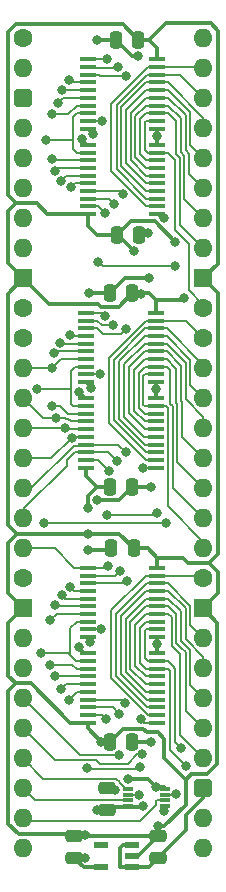
<source format=gtl>
%TF.GenerationSoftware,KiCad,Pcbnew,8.0.4*%
%TF.CreationDate,2024-09-02T10:56:51+02:00*%
%TF.ProjectId,Register 24bit with IO,52656769-7374-4657-9220-323462697420,V0*%
%TF.SameCoordinates,PX54c81a0PY37b6b20*%
%TF.FileFunction,Copper,L1,Top*%
%TF.FilePolarity,Positive*%
%FSLAX46Y46*%
G04 Gerber Fmt 4.6, Leading zero omitted, Abs format (unit mm)*
G04 Created by KiCad (PCBNEW 8.0.4) date 2024-09-02 10:56:51*
%MOMM*%
%LPD*%
G01*
G04 APERTURE LIST*
G04 Aperture macros list*
%AMRoundRect*
0 Rectangle with rounded corners*
0 $1 Rounding radius*
0 $2 $3 $4 $5 $6 $7 $8 $9 X,Y pos of 4 corners*
0 Add a 4 corners polygon primitive as box body*
4,1,4,$2,$3,$4,$5,$6,$7,$8,$9,$2,$3,0*
0 Add four circle primitives for the rounded corners*
1,1,$1+$1,$2,$3*
1,1,$1+$1,$4,$5*
1,1,$1+$1,$6,$7*
1,1,$1+$1,$8,$9*
0 Add four rect primitives between the rounded corners*
20,1,$1+$1,$2,$3,$4,$5,0*
20,1,$1+$1,$4,$5,$6,$7,0*
20,1,$1+$1,$6,$7,$8,$9,0*
20,1,$1+$1,$8,$9,$2,$3,0*%
G04 Aperture macros list end*
%TA.AperFunction,SMDPad,CuDef*%
%ADD10R,1.475000X0.450000*%
%TD*%
%TA.AperFunction,SMDPad,CuDef*%
%ADD11RoundRect,0.250000X-0.250000X-0.475000X0.250000X-0.475000X0.250000X0.475000X-0.250000X0.475000X0*%
%TD*%
%TA.AperFunction,SMDPad,CuDef*%
%ADD12RoundRect,0.250000X0.250000X0.475000X-0.250000X0.475000X-0.250000X-0.475000X0.250000X-0.475000X0*%
%TD*%
%TA.AperFunction,SMDPad,CuDef*%
%ADD13R,0.850000X0.300000*%
%TD*%
%TA.AperFunction,SMDPad,CuDef*%
%ADD14RoundRect,0.250000X0.475000X-0.250000X0.475000X0.250000X-0.475000X0.250000X-0.475000X-0.250000X0*%
%TD*%
%TA.AperFunction,SMDPad,CuDef*%
%ADD15RoundRect,0.250000X-0.475000X0.250000X-0.475000X-0.250000X0.475000X-0.250000X0.475000X0.250000X0*%
%TD*%
%TA.AperFunction,ComponentPad*%
%ADD16O,1.600000X1.600000*%
%TD*%
%TA.AperFunction,ComponentPad*%
%ADD17R,1.600000X1.600000*%
%TD*%
%TA.AperFunction,ComponentPad*%
%ADD18C,1.600000*%
%TD*%
%TA.AperFunction,ComponentPad*%
%ADD19RoundRect,0.400000X-0.400000X-0.400000X0.400000X-0.400000X0.400000X0.400000X-0.400000X0.400000X0*%
%TD*%
%TA.AperFunction,SMDPad,CuDef*%
%ADD20R,1.150000X0.600000*%
%TD*%
%TA.AperFunction,ViaPad*%
%ADD21C,0.800000*%
%TD*%
%TA.AperFunction,Conductor*%
%ADD22C,0.200000*%
%TD*%
%TA.AperFunction,Conductor*%
%ADD23C,0.380000*%
%TD*%
G04 APERTURE END LIST*
D10*
%TO.P,IC7,20,3V*%
%TO.N,/3.3V*%
X5317000Y-29087000D03*
%TO.P,IC7,19,~{OE}*%
%TO.N,/~{Read High}*%
X5317000Y-28437000D03*
%TO.P,IC7,18,B0*%
%TO.N,D0*%
X5317000Y-27787000D03*
%TO.P,IC7,17,B1*%
%TO.N,D1*%
X5317000Y-27137000D03*
%TO.P,IC7,16,B2*%
%TO.N,D2*%
X5317000Y-26487000D03*
%TO.P,IC7,15,B3*%
%TO.N,D3*%
X5317000Y-25837000D03*
%TO.P,IC7,14,B4*%
%TO.N,D4*%
X5317000Y-25187000D03*
%TO.P,IC7,13,B5*%
%TO.N,D5*%
X5317000Y-24537000D03*
%TO.P,IC7,12,B6*%
%TO.N,D6*%
X5317000Y-23887000D03*
%TO.P,IC7,11,B7*%
%TO.N,D7*%
X5317000Y-23237000D03*
%TO.P,IC7,10,GND*%
%TO.N,GND*%
X11193000Y-23237000D03*
%TO.P,IC7,9,A7*%
%TO.N,Q15*%
X11193000Y-23887000D03*
%TO.P,IC7,8,A6*%
%TO.N,Q14*%
X11193000Y-24537000D03*
%TO.P,IC7,7,A5*%
%TO.N,Q13*%
X11193000Y-25187000D03*
%TO.P,IC7,6,A4*%
%TO.N,Q12*%
X11193000Y-25837000D03*
%TO.P,IC7,5,A3*%
%TO.N,Q11*%
X11193000Y-26487000D03*
%TO.P,IC7,4,A2*%
%TO.N,Q10*%
X11193000Y-27137000D03*
%TO.P,IC7,3,A1*%
%TO.N,Q9*%
X11193000Y-27787000D03*
%TO.P,IC7,2,A0*%
%TO.N,Q8*%
X11193000Y-28437000D03*
%TO.P,IC7,1,DIR*%
%TO.N,/3.3V*%
X11193000Y-29087000D03*
%TD*%
%TO.P,IC1,20,3V*%
%TO.N,/3.3V*%
X11320000Y-52066000D03*
%TO.P,IC1,19,Q0*%
%TO.N,Q0*%
X11320000Y-52716000D03*
%TO.P,IC1,18,Q1*%
%TO.N,Q1*%
X11320000Y-53366000D03*
%TO.P,IC1,17,Q2*%
%TO.N,Q2*%
X11320000Y-54016000D03*
%TO.P,IC1,16,Q3*%
%TO.N,Q3*%
X11320000Y-54666000D03*
%TO.P,IC1,15,Q4*%
%TO.N,Q4*%
X11320000Y-55316000D03*
%TO.P,IC1,14,Q5*%
%TO.N,Q5*%
X11320000Y-55966000D03*
%TO.P,IC1,13,Q6*%
%TO.N,Q6*%
X11320000Y-56616000D03*
%TO.P,IC1,12,Q7*%
%TO.N,Q7*%
X11320000Y-57266000D03*
%TO.P,IC1,11,LE*%
%TO.N,Latch Low*%
X11320000Y-57916000D03*
%TO.P,IC1,10,GND*%
%TO.N,GND*%
X5444000Y-57916000D03*
%TO.P,IC1,9,D7*%
%TO.N,D7*%
X5444000Y-57266000D03*
%TO.P,IC1,8,D6*%
%TO.N,D6*%
X5444000Y-56616000D03*
%TO.P,IC1,7,D5*%
%TO.N,D5*%
X5444000Y-55966000D03*
%TO.P,IC1,6,D4*%
%TO.N,D4*%
X5444000Y-55316000D03*
%TO.P,IC1,5,D3*%
%TO.N,D3*%
X5444000Y-54666000D03*
%TO.P,IC1,4,D2*%
%TO.N,D2*%
X5444000Y-54016000D03*
%TO.P,IC1,3,D1*%
%TO.N,D1*%
X5444000Y-53366000D03*
%TO.P,IC1,2,D0*%
%TO.N,D0*%
X5444000Y-52716000D03*
%TO.P,IC1,1,~{OE}*%
%TO.N,~{OE}*%
X5444000Y-52066000D03*
%TD*%
D11*
%TO.P,C7,1*%
%TO.N,/3.3V*%
X7829000Y-127000D03*
%TO.P,C7,2*%
%TO.N,GND*%
X9729000Y-127000D03*
%TD*%
D10*
%TO.P,IC8,1,DIR*%
%TO.N,/3.3V*%
X11320000Y-7624000D03*
%TO.P,IC8,2,A0*%
%TO.N,Q16*%
X11320000Y-6974000D03*
%TO.P,IC8,3,A1*%
%TO.N,Q17*%
X11320000Y-6324000D03*
%TO.P,IC8,4,A2*%
%TO.N,Q18*%
X11320000Y-5674000D03*
%TO.P,IC8,5,A3*%
%TO.N,Q19*%
X11320000Y-5024000D03*
%TO.P,IC8,6,A4*%
%TO.N,Q20*%
X11320000Y-4374000D03*
%TO.P,IC8,7,A5*%
%TO.N,Q21*%
X11320000Y-3724000D03*
%TO.P,IC8,8,A6*%
%TO.N,Q22*%
X11320000Y-3074000D03*
%TO.P,IC8,9,A7*%
%TO.N,Q23*%
X11320000Y-2424000D03*
%TO.P,IC8,10,GND*%
%TO.N,GND*%
X11320000Y-1774000D03*
%TO.P,IC8,11,B7*%
%TO.N,D7*%
X5444000Y-1774000D03*
%TO.P,IC8,12,B6*%
%TO.N,D6*%
X5444000Y-2424000D03*
%TO.P,IC8,13,B5*%
%TO.N,D5*%
X5444000Y-3074000D03*
%TO.P,IC8,14,B4*%
%TO.N,D4*%
X5444000Y-3724000D03*
%TO.P,IC8,15,B3*%
%TO.N,D3*%
X5444000Y-4374000D03*
%TO.P,IC8,16,B2*%
%TO.N,D2*%
X5444000Y-5024000D03*
%TO.P,IC8,17,B1*%
%TO.N,D1*%
X5444000Y-5674000D03*
%TO.P,IC8,18,B0*%
%TO.N,D0*%
X5444000Y-6324000D03*
%TO.P,IC8,19,~{OE}*%
%TO.N,/~{Read Bank}*%
X5444000Y-6974000D03*
%TO.P,IC8,20,3V*%
%TO.N,/3.3V*%
X5444000Y-7624000D03*
%TD*%
%TO.P,IC4,20,3V*%
%TO.N,/3.3V*%
X5444000Y-50677000D03*
%TO.P,IC4,19,~{OE}*%
%TO.N,/~{Read Low}*%
X5444000Y-50027000D03*
%TO.P,IC4,18,B0*%
%TO.N,D0*%
X5444000Y-49377000D03*
%TO.P,IC4,17,B1*%
%TO.N,D1*%
X5444000Y-48727000D03*
%TO.P,IC4,16,B2*%
%TO.N,D2*%
X5444000Y-48077000D03*
%TO.P,IC4,15,B3*%
%TO.N,D3*%
X5444000Y-47427000D03*
%TO.P,IC4,14,B4*%
%TO.N,D4*%
X5444000Y-46777000D03*
%TO.P,IC4,13,B5*%
%TO.N,D5*%
X5444000Y-46127000D03*
%TO.P,IC4,12,B6*%
%TO.N,D6*%
X5444000Y-45477000D03*
%TO.P,IC4,11,B7*%
%TO.N,D7*%
X5444000Y-44827000D03*
%TO.P,IC4,10,GND*%
%TO.N,GND*%
X11320000Y-44827000D03*
%TO.P,IC4,9,A7*%
%TO.N,Q7*%
X11320000Y-45477000D03*
%TO.P,IC4,8,A6*%
%TO.N,Q6*%
X11320000Y-46127000D03*
%TO.P,IC4,7,A5*%
%TO.N,Q5*%
X11320000Y-46777000D03*
%TO.P,IC4,6,A4*%
%TO.N,Q4*%
X11320000Y-47427000D03*
%TO.P,IC4,5,A3*%
%TO.N,Q3*%
X11320000Y-48077000D03*
%TO.P,IC4,4,A2*%
%TO.N,Q2*%
X11320000Y-48727000D03*
%TO.P,IC4,3,A1*%
%TO.N,Q1*%
X11320000Y-49377000D03*
%TO.P,IC4,2,A0*%
%TO.N,Q0*%
X11320000Y-50027000D03*
%TO.P,IC4,1,DIR*%
%TO.N,/3.3V*%
X11320000Y-50677000D03*
%TD*%
D12*
%TO.P,C4,1*%
%TO.N,/3.3V*%
X9189000Y-37973000D03*
%TO.P,C4,2*%
%TO.N,GND*%
X7289000Y-37973000D03*
%TD*%
D13*
%TO.P,IC6,1,1A*%
%TO.N,Read Bank*%
X8839000Y-63512000D03*
%TO.P,IC6,2,3Y*%
%TO.N,/~{Read Low}*%
X8839000Y-64012000D03*
%TO.P,IC6,3,2A*%
%TO.N,Read High*%
X8839000Y-64512000D03*
%TO.P,IC6,4,GND*%
%TO.N,GND*%
X8839000Y-65012000D03*
%TO.P,IC6,5,2Y*%
%TO.N,/~{Read High}*%
X11989000Y-65012000D03*
%TO.P,IC6,6,3A*%
%TO.N,Read Low*%
X11989000Y-64512000D03*
%TO.P,IC6,7,1Y*%
%TO.N,/~{Read Bank}*%
X11989000Y-64012000D03*
%TO.P,IC6,8,3V*%
%TO.N,/3.3V*%
X11989000Y-63512000D03*
%TD*%
D12*
%TO.P,C3,1*%
%TO.N,/3.3V*%
X9824000Y-16637000D03*
%TO.P,C3,2*%
%TO.N,GND*%
X7924000Y-16637000D03*
%TD*%
D11*
%TO.P,C2,1*%
%TO.N,/3.3V*%
X7448000Y-43180000D03*
%TO.P,C2,2*%
%TO.N,GND*%
X9348000Y-43180000D03*
%TD*%
D10*
%TO.P,IC2,20,3V*%
%TO.N,/3.3V*%
X11193000Y-30476000D03*
%TO.P,IC2,19,Q0*%
%TO.N,Q8*%
X11193000Y-31126000D03*
%TO.P,IC2,18,Q1*%
%TO.N,Q9*%
X11193000Y-31776000D03*
%TO.P,IC2,17,Q2*%
%TO.N,Q10*%
X11193000Y-32426000D03*
%TO.P,IC2,16,Q3*%
%TO.N,Q11*%
X11193000Y-33076000D03*
%TO.P,IC2,15,Q4*%
%TO.N,Q12*%
X11193000Y-33726000D03*
%TO.P,IC2,14,Q5*%
%TO.N,Q13*%
X11193000Y-34376000D03*
%TO.P,IC2,13,Q6*%
%TO.N,Q14*%
X11193000Y-35026000D03*
%TO.P,IC2,12,Q7*%
%TO.N,Q15*%
X11193000Y-35676000D03*
%TO.P,IC2,11,LE*%
%TO.N,Latch High*%
X11193000Y-36326000D03*
%TO.P,IC2,10,GND*%
%TO.N,GND*%
X5317000Y-36326000D03*
%TO.P,IC2,9,D7*%
%TO.N,D7*%
X5317000Y-35676000D03*
%TO.P,IC2,8,D6*%
%TO.N,D6*%
X5317000Y-35026000D03*
%TO.P,IC2,7,D5*%
%TO.N,D5*%
X5317000Y-34376000D03*
%TO.P,IC2,6,D4*%
%TO.N,D4*%
X5317000Y-33726000D03*
%TO.P,IC2,5,D3*%
%TO.N,D3*%
X5317000Y-33076000D03*
%TO.P,IC2,4,D2*%
%TO.N,D2*%
X5317000Y-32426000D03*
%TO.P,IC2,3,D1*%
%TO.N,D1*%
X5317000Y-31776000D03*
%TO.P,IC2,2,D0*%
%TO.N,D0*%
X5317000Y-31126000D03*
%TO.P,IC2,1,~{OE}*%
%TO.N,~{OE}*%
X5317000Y-30476000D03*
%TD*%
D12*
%TO.P,C1,1*%
%TO.N,/3.3V*%
X9189000Y-59563000D03*
%TO.P,C1,2*%
%TO.N,GND*%
X7289000Y-59563000D03*
%TD*%
D14*
%TO.P,C9,1*%
%TO.N,/3.3V*%
X4318000Y-69387000D03*
%TO.P,C9,2*%
%TO.N,GND*%
X4318000Y-67487000D03*
%TD*%
%TO.P,C8,1*%
%TO.N,5V*%
X11430000Y-69387000D03*
%TO.P,C8,2*%
%TO.N,GND*%
X11430000Y-67487000D03*
%TD*%
D10*
%TO.P,IC3,20,3V*%
%TO.N,/3.3V*%
X11320000Y-9013000D03*
%TO.P,IC3,19,Q0*%
%TO.N,Q16*%
X11320000Y-9663000D03*
%TO.P,IC3,18,Q1*%
%TO.N,Q17*%
X11320000Y-10313000D03*
%TO.P,IC3,17,Q2*%
%TO.N,Q18*%
X11320000Y-10963000D03*
%TO.P,IC3,16,Q3*%
%TO.N,Q19*%
X11320000Y-11613000D03*
%TO.P,IC3,15,Q4*%
%TO.N,Q20*%
X11320000Y-12263000D03*
%TO.P,IC3,14,Q5*%
%TO.N,Q21*%
X11320000Y-12913000D03*
%TO.P,IC3,13,Q6*%
%TO.N,Q22*%
X11320000Y-13563000D03*
%TO.P,IC3,12,Q7*%
%TO.N,Q23*%
X11320000Y-14213000D03*
%TO.P,IC3,11,LE*%
%TO.N,Latch Bank*%
X11320000Y-14863000D03*
%TO.P,IC3,10,GND*%
%TO.N,GND*%
X5444000Y-14863000D03*
%TO.P,IC3,9,D7*%
%TO.N,D7*%
X5444000Y-14213000D03*
%TO.P,IC3,8,D6*%
%TO.N,D6*%
X5444000Y-13563000D03*
%TO.P,IC3,7,D5*%
%TO.N,D5*%
X5444000Y-12913000D03*
%TO.P,IC3,6,D4*%
%TO.N,D4*%
X5444000Y-12263000D03*
%TO.P,IC3,5,D3*%
%TO.N,D3*%
X5444000Y-11613000D03*
%TO.P,IC3,4,D2*%
%TO.N,D2*%
X5444000Y-10963000D03*
%TO.P,IC3,3,D1*%
%TO.N,D1*%
X5444000Y-10313000D03*
%TO.P,IC3,2,D0*%
%TO.N,D0*%
X5444000Y-9663000D03*
%TO.P,IC3,1,~{OE}*%
%TO.N,~{OE}*%
X5444000Y-9013000D03*
%TD*%
D15*
%TO.P,C5,1*%
%TO.N,/3.3V*%
X7112000Y-63455000D03*
%TO.P,C5,2*%
%TO.N,GND*%
X7112000Y-65355000D03*
%TD*%
D11*
%TO.P,C6,1*%
%TO.N,/3.3V*%
X7321000Y-21590000D03*
%TO.P,C6,2*%
%TO.N,GND*%
X9221000Y-21590000D03*
%TD*%
D16*
%TO.P,J2,56,Pin_56*%
%TO.N,unconnected-(J2-Pin_56-Pad56)*%
X15240000Y0D03*
%TO.P,J2,55,Pin_55*%
%TO.N,Q23*%
X15240000Y-2540000D03*
%TO.P,J2,54,Pin_54*%
%TO.N,Q22*%
X15240000Y-5080000D03*
%TO.P,J2,53,Pin_53*%
%TO.N,Q21*%
X15240000Y-7620000D03*
%TO.P,J2,52,Pin_52*%
%TO.N,Q20*%
X15240000Y-10160000D03*
%TO.P,J2,51,Pin_51*%
%TO.N,Q19*%
X15240000Y-12700000D03*
%TO.P,J2,50,Pin_50*%
%TO.N,Q18*%
X15240000Y-15240000D03*
%TO.P,J2,49,Pin_49*%
%TO.N,Q17*%
X15240000Y-17780000D03*
D17*
%TO.P,J2,48,Pin_48*%
%TO.N,GND*%
X15240000Y-20320000D03*
D18*
%TO.P,J2,47,Pin_47*%
%TO.N,Q16*%
X15240000Y-22860000D03*
%TO.P,J2,46,Pin_46*%
%TO.N,Q15*%
X15240000Y-25400000D03*
D16*
%TO.P,J2,45,Pin_45*%
%TO.N,Q14*%
X15240000Y-27940000D03*
%TO.P,J2,44,Pin_44*%
%TO.N,Q13*%
X15240000Y-30480000D03*
%TO.P,J2,43,Pin_43*%
%TO.N,Q12*%
X15240000Y-33020000D03*
%TO.P,J2,42,Pin_42*%
%TO.N,Q11*%
X15240000Y-35560000D03*
%TO.P,J2,41,Pin_41*%
%TO.N,Q10*%
X15240000Y-38100000D03*
%TO.P,J2,40,Pin_40*%
%TO.N,Q9*%
X15240000Y-40640000D03*
%TO.P,J2,39,Pin_39*%
%TO.N,Q8*%
X15240000Y-43180000D03*
D18*
%TO.P,J2,38,Pin_38*%
%TO.N,Q7*%
X15240000Y-45720000D03*
D17*
%TO.P,J2,37,Pin_37*%
%TO.N,GND*%
X15240000Y-48260000D03*
D16*
%TO.P,J2,36,Pin_36*%
%TO.N,Q6*%
X15240000Y-50800000D03*
%TO.P,J2,35,Pin_35*%
%TO.N,Q5*%
X15240000Y-53340000D03*
%TO.P,J2,34,Pin_34*%
%TO.N,Q4*%
X15240000Y-55880000D03*
%TO.P,J2,33,Pin_33*%
%TO.N,Q3*%
X15240000Y-58420000D03*
%TO.P,J2,32,Pin_32*%
%TO.N,Q2*%
X15240000Y-60960000D03*
D19*
%TO.P,J2,31,Pin_31*%
%TO.N,5V*%
X15240000Y-63500000D03*
D16*
%TO.P,J2,30,Pin_30*%
%TO.N,Q1*%
X15240000Y-66040000D03*
%TO.P,J2,29,Pin_29*%
%TO.N,Q0*%
X15240000Y-68580000D03*
%TO.P,J2,28,Pin_28*%
%TO.N,unconnected-(J2-Pin_28-Pad28)*%
X0Y-68580000D03*
%TO.P,J2,27,Pin_27*%
%TO.N,Read Low*%
X0Y-66040000D03*
%TO.P,J2,26,Pin_26*%
%TO.N,Read High*%
X0Y-63500000D03*
%TO.P,J2,25,Pin_25*%
%TO.N,Read Bank*%
X0Y-60960000D03*
%TO.P,J2,24,Pin_24*%
%TO.N,Latch Low*%
X0Y-58420000D03*
%TO.P,J2,23,Pin_23*%
%TO.N,Latch High*%
X0Y-55880000D03*
%TO.P,J2,22,Pin_22*%
%TO.N,Latch Bank*%
X0Y-53340000D03*
%TO.P,J2,21,Pin_21*%
%TO.N,unconnected-(J2-Pin_21-Pad21)*%
X0Y-50800000D03*
D17*
%TO.P,J2,20,Pin_20*%
%TO.N,GND*%
X0Y-48260000D03*
D18*
%TO.P,J2,19,Pin_19*%
%TO.N,unconnected-(J2-Pin_19-Pad19)*%
X0Y-45720000D03*
D16*
%TO.P,J2,18,Pin_18*%
%TO.N,D7*%
X0Y-43180000D03*
%TO.P,J2,17,Pin_17*%
%TO.N,D6*%
X0Y-40640000D03*
%TO.P,J2,16,Pin_16*%
%TO.N,D5*%
X0Y-38100000D03*
%TO.P,J2,15,Pin_15*%
%TO.N,D4*%
X0Y-35560000D03*
%TO.P,J2,14,Pin_14*%
%TO.N,D3*%
X0Y-33020000D03*
%TO.P,J2,13,Pin_13*%
%TO.N,D2*%
X0Y-30480000D03*
%TO.P,J2,12,Pin_12*%
%TO.N,D1*%
X0Y-27940000D03*
D18*
%TO.P,J2,11,Pin_11*%
%TO.N,D0*%
X0Y-25400000D03*
%TO.P,J2,10,Pin_10*%
%TO.N,unconnected-(J2-Pin_10-Pad10)*%
X0Y-22860000D03*
D17*
%TO.P,J2,9,Pin_9*%
%TO.N,GND*%
X0Y-20320000D03*
D16*
%TO.P,J2,8,Pin_8*%
%TO.N,unconnected-(J2-Pin_8-Pad8)*%
X0Y-17780000D03*
%TO.P,J2,7,Pin_7*%
%TO.N,unconnected-(J2-Pin_7-Pad7)*%
X0Y-15240000D03*
%TO.P,J2,6,Pin_6*%
%TO.N,unconnected-(J2-Pin_6-Pad6)*%
X0Y-12700000D03*
%TO.P,J2,5,Pin_5*%
%TO.N,unconnected-(J2-Pin_5-Pad5)*%
X0Y-10160000D03*
%TO.P,J2,4,Pin_4*%
%TO.N,unconnected-(J2-Pin_4-Pad4)*%
X0Y-7620000D03*
D19*
%TO.P,J2,3,Pin_3*%
%TO.N,5V*%
X0Y-5080000D03*
D16*
%TO.P,J2,2,Pin_2*%
%TO.N,unconnected-(J2-Pin_2-Pad2)*%
X0Y-2540000D03*
D18*
%TO.P,J2,1,Pin_1*%
%TO.N,~{OE}*%
X0Y0D03*
%TD*%
D20*
%TO.P,IC5,1,6VIn*%
%TO.N,5V*%
X9174000Y-70165000D03*
%TO.P,IC5,2,GND*%
%TO.N,GND*%
X9174000Y-69215000D03*
%TO.P,IC5,3,EN*%
%TO.N,5V*%
X9174000Y-68265000D03*
%TO.P,IC5,4,ADJ*%
%TO.N,unconnected-(IC5-ADJ-Pad4)*%
X6574000Y-68265000D03*
%TO.P,IC5,5,3.3VOut*%
%TO.N,/3.3V*%
X6574000Y-70165000D03*
%TD*%
D21*
%TO.N,GND*%
X12815000Y-17208500D03*
X9955000Y-21641177D03*
X9398000Y-18034000D03*
X5437000Y-41958000D03*
X5461000Y-39751000D03*
%TO.N,/~{Read High}*%
X11938000Y-65405000D03*
%TO.N,/3.3V*%
X6223000Y-127000D03*
X9711749Y-1452000D03*
%TO.N,GND*%
X13623940Y-21970050D03*
%TO.N,/3.3V*%
X5576000Y-21590000D03*
X5918104Y-8095384D03*
X11320000Y-8255000D03*
X10541000Y-16510000D03*
%TO.N,/~{Read High}*%
X11315000Y-40208643D03*
X7063000Y-40316967D03*
X6483054Y-28442068D03*
%TO.N,/3.3V*%
X5715008Y-29591008D03*
X6253137Y-39061779D03*
%TO.N,~{OE}*%
X4953000Y-8509000D03*
%TO.N,/~{Read Bank}*%
X6682000Y-6984251D03*
X12873940Y-19304000D03*
X6338000Y-18923000D03*
X12926860Y-63973411D03*
%TO.N,Latch Bank*%
X11906538Y-15163597D03*
X12065000Y-41021000D03*
X1778000Y-41021002D03*
%TO.N,GND*%
X6603997Y-59563003D03*
%TO.N,/3.3V*%
X11213098Y-63375308D03*
X5207000Y-69387000D03*
%TO.N,GND*%
X11430000Y-66675000D03*
X10160000Y-65024000D03*
X5207000Y-67437000D03*
X6223000Y-65355000D03*
%TO.N,~{OE}*%
X4699000Y-29972000D03*
X4687000Y-51562000D03*
%TO.N,/3.3V*%
X10779851Y-59562997D03*
X11303000Y-51308000D03*
%TO.N,Latch Low*%
X9928414Y-57608000D03*
X10067951Y-60616560D03*
%TO.N,/3.3V*%
X10668000Y-20320000D03*
X11193000Y-29718000D03*
X10795000Y-37973000D03*
X5461000Y-43307000D03*
X5631176Y-51102613D03*
%TO.N,/~{Read Low}*%
X6605030Y-50027000D03*
X5383000Y-61791031D03*
X9906000Y-61722000D03*
X9762137Y-64027544D03*
%TO.N,/3.3V*%
X8829814Y-62683010D03*
X7731150Y-63642745D03*
%TO.N,Latch High*%
X10110796Y-36392101D03*
X8128004Y-60681156D03*
%TO.N,D1*%
X2286000Y-49276000D03*
X2263540Y-53003046D03*
%TO.N,D2*%
X2654130Y-53965407D03*
X2655000Y-48006000D03*
%TO.N,D0*%
X1464047Y-52031144D03*
X1164872Y-29703419D03*
X1917000Y-8636000D03*
%TO.N,D1*%
X2386994Y-27940000D03*
X2386995Y-31112944D03*
%TO.N,D2*%
X2756825Y-32113308D03*
X2933000Y-5442379D03*
%TO.N,D1*%
X2425000Y-6426104D03*
X2425000Y-10211603D03*
%TO.N,D2*%
X2593479Y-26645302D03*
X2660485Y-11203067D03*
%TO.N,D3*%
X3167991Y-12080131D03*
X3228337Y-4319284D03*
%TO.N,D4*%
X3864762Y-3484139D03*
X4029445Y-12587972D03*
%TO.N,D3*%
X3246127Y-47138201D03*
X3175000Y-55118000D03*
%TO.N,D4*%
X3859548Y-56024460D03*
X3949000Y-46409024D03*
%TO.N,D3*%
X3127946Y-25741504D03*
X3506825Y-32982792D03*
%TO.N,D4*%
X4072007Y-33822254D03*
X3949000Y-25087000D03*
%TO.N,D7*%
X7112000Y-1774000D03*
%TO.N,D6*%
X7978374Y-2455084D03*
%TO.N,D5*%
X8698436Y-3213341D03*
%TO.N,D6*%
X7659029Y-13994054D03*
%TO.N,D5*%
X8388266Y-13201734D03*
%TO.N,D7*%
X6909029Y-14779066D03*
%TO.N,D5*%
X8611355Y-56285645D03*
X8729676Y-45962662D03*
X8650340Y-35037660D03*
X8648005Y-24632428D03*
%TO.N,D6*%
X7613175Y-24250175D03*
X7933279Y-35804686D03*
X8111300Y-57157123D03*
X8142978Y-45110948D03*
%TO.N,D7*%
X6886809Y-23499355D03*
X7243011Y-36648000D03*
X7194692Y-44661224D03*
X7031774Y-57644590D03*
%TO.N,Q1*%
X13784993Y-61558869D03*
%TO.N,Q0*%
X13305573Y-60071000D03*
%TD*%
D22*
%TO.N,Q6*%
X10497347Y-56616000D02*
X11320000Y-56616000D01*
X7855000Y-53973653D02*
X10497347Y-56616000D01*
X7855000Y-48701544D02*
X7855000Y-53973653D01*
X11320000Y-46127000D02*
X10429544Y-46127000D01*
X10429544Y-46127000D02*
X7855000Y-48701544D01*
%TO.N,Q7*%
X10581661Y-57266000D02*
X11320000Y-57266000D01*
X7455000Y-48425000D02*
X7455000Y-54139339D01*
X10403000Y-45477000D02*
X7455000Y-48425000D01*
X11320000Y-45477000D02*
X10403000Y-45477000D01*
X7455000Y-54139339D02*
X10581661Y-57266000D01*
%TO.N,D5*%
X5444000Y-46127000D02*
X8565338Y-46127000D01*
X8565338Y-46127000D02*
X8729676Y-45962662D01*
%TO.N,D6*%
X7776926Y-45477000D02*
X8142978Y-45110948D01*
X5444000Y-45477000D02*
X7776926Y-45477000D01*
%TO.N,D7*%
X7028916Y-44827000D02*
X7194692Y-44661224D01*
X5444000Y-44827000D02*
X7028916Y-44827000D01*
%TO.N,D6*%
X5544000Y-2524000D02*
X7909458Y-2524000D01*
X7909458Y-2524000D02*
X7978374Y-2455084D01*
%TO.N,D7*%
X5444000Y-1774000D02*
X7112000Y-1774000D01*
%TO.N,D6*%
X7227975Y-13563000D02*
X7659029Y-13994054D01*
X5444000Y-13563000D02*
X7227975Y-13563000D01*
%TO.N,D5*%
X5444000Y-12913000D02*
X8099532Y-12913000D01*
X8099532Y-12913000D02*
X8388266Y-13201734D01*
D23*
%TO.N,/3.3V*%
X7321000Y-21590000D02*
X5576000Y-21590000D01*
D22*
%TO.N,/~{Read Bank}*%
X6719000Y-19304000D02*
X6338000Y-18923000D01*
X12873940Y-19304000D02*
X6719000Y-19304000D01*
D23*
%TO.N,GND*%
X11100500Y-15494000D02*
X12815000Y-17208500D01*
X7924000Y-16637000D02*
X9067000Y-15494000D01*
X9067000Y-15494000D02*
X11100500Y-15494000D01*
%TO.N,/3.3V*%
X5444000Y-7624000D02*
X5915384Y-8095384D01*
D22*
%TO.N,~{OE}*%
X4953000Y-8522000D02*
X4953000Y-8509000D01*
X5444000Y-9013000D02*
X4953000Y-8522000D01*
D23*
%TO.N,/3.3V*%
X5915384Y-8095384D02*
X5918104Y-8095384D01*
X5715008Y-29485008D02*
X5715008Y-29591008D01*
X5317000Y-29087000D02*
X5715008Y-29485008D01*
D22*
%TO.N,~{OE}*%
X4813000Y-29972000D02*
X4699000Y-29972000D01*
X5317000Y-30476000D02*
X4813000Y-29972000D01*
%TO.N,D0*%
X3984419Y-29703419D02*
X3999000Y-29718000D01*
X1164872Y-29703419D02*
X3984419Y-29703419D01*
%TO.N,D2*%
X5444000Y-5024000D02*
X3351379Y-5024000D01*
X3351379Y-5024000D02*
X2933000Y-5442379D01*
%TO.N,D1*%
X2526397Y-10313000D02*
X2425000Y-10211603D01*
X5444000Y-10313000D02*
X2526397Y-10313000D01*
X4506500Y-5674000D02*
X3754396Y-6426104D01*
X3754396Y-6426104D02*
X2425000Y-6426104D01*
X5444000Y-5674000D02*
X4506500Y-5674000D01*
%TO.N,D2*%
X2900552Y-10963000D02*
X2660485Y-11203067D01*
X5444000Y-10963000D02*
X2900552Y-10963000D01*
%TO.N,D3*%
X3167991Y-12080131D02*
X3635122Y-11613000D01*
X3635122Y-11613000D02*
X5444000Y-11613000D01*
%TO.N,D0*%
X4191000Y-8636000D02*
X1917000Y-8636000D01*
%TO.N,D4*%
X5444000Y-3724000D02*
X4104623Y-3724000D01*
X4104623Y-3724000D02*
X3864762Y-3484139D01*
%TO.N,D3*%
X5444000Y-4374000D02*
X3283053Y-4374000D01*
X3283053Y-4374000D02*
X3228337Y-4319284D01*
%TO.N,Q22*%
X7882500Y-11063000D02*
X10382500Y-13563000D01*
X7882500Y-5655624D02*
X7882500Y-11063000D01*
%TO.N,Q23*%
X10403000Y-14213000D02*
X11320000Y-14213000D01*
X7432000Y-5540438D02*
X7432000Y-11242000D01*
%TO.N,Q22*%
X10382500Y-13563000D02*
X11320000Y-13563000D01*
%TO.N,D5*%
X6520841Y-3213341D02*
X8698436Y-3213341D01*
%TO.N,Q22*%
X11320000Y-3074000D02*
X10464124Y-3074000D01*
%TO.N,D5*%
X6381500Y-3074000D02*
X6520841Y-3213341D01*
X5444000Y-3074000D02*
X6381500Y-3074000D01*
%TO.N,Q23*%
X7432000Y-11242000D02*
X10403000Y-14213000D01*
X10548438Y-2424000D02*
X7432000Y-5540438D01*
%TO.N,Q22*%
X10464124Y-3074000D02*
X7882500Y-5655624D01*
%TO.N,Q23*%
X11320000Y-2424000D02*
X10548438Y-2424000D01*
%TO.N,D6*%
X7154593Y-35026000D02*
X7933279Y-35804686D01*
X5317000Y-35026000D02*
X7154593Y-35026000D01*
%TO.N,D5*%
X7988680Y-34376000D02*
X8650340Y-35037660D01*
X5317000Y-34376000D02*
X7988680Y-34376000D01*
%TO.N,Q15*%
X10349341Y-35676000D02*
X11193000Y-35676000D01*
X7239000Y-32565659D02*
X10349341Y-35676000D01*
X10383173Y-23887000D02*
X7239000Y-27031173D01*
X7239000Y-27031173D02*
X7239000Y-32565659D01*
X11193000Y-23887000D02*
X10383173Y-23887000D01*
%TO.N,Q12*%
X10169737Y-33726000D02*
X11193000Y-33726000D01*
X10255500Y-25837000D02*
X8528000Y-27564500D01*
X8528000Y-27564500D02*
X8528000Y-32084263D01*
%TO.N,Q13*%
X8128000Y-32249947D02*
X10254053Y-34376000D01*
X10255500Y-25187000D02*
X8128000Y-27314500D01*
%TO.N,Q14*%
X10338368Y-35026000D02*
X11193000Y-35026000D01*
%TO.N,Q12*%
X8528000Y-32084263D02*
X10169737Y-33726000D01*
%TO.N,Q14*%
X7639000Y-32326632D02*
X10338368Y-35026000D01*
X10298859Y-24537000D02*
X7639000Y-27196859D01*
X11193000Y-24537000D02*
X10298859Y-24537000D01*
X7639000Y-27196859D02*
X7639000Y-32326632D01*
%TO.N,Q13*%
X8128000Y-27314500D02*
X8128000Y-32249947D01*
X10254053Y-34376000D02*
X11193000Y-34376000D01*
X11193000Y-25187000D02*
X10255500Y-25187000D01*
%TO.N,Q12*%
X11193000Y-25837000D02*
X10255500Y-25837000D01*
%TO.N,D7*%
X6271011Y-35676000D02*
X5317000Y-35676000D01*
X7243011Y-36648000D02*
X6271011Y-35676000D01*
%TO.N,D6*%
X7570177Y-56616000D02*
X8111300Y-57157123D01*
X5444000Y-56616000D02*
X7570177Y-56616000D01*
%TO.N,D5*%
X8611355Y-56285645D02*
X8291710Y-55966000D01*
X8291710Y-55966000D02*
X5444000Y-55966000D01*
%TO.N,D7*%
X6653184Y-57266000D02*
X7031774Y-57644590D01*
X5444000Y-57266000D02*
X6653184Y-57266000D01*
%TO.N,Latch Low*%
X2667000Y-61087000D02*
X0Y-58420000D01*
X6178339Y-61087000D02*
X2667000Y-61087000D01*
X6522495Y-61431156D02*
X6178339Y-61087000D01*
X8830588Y-61431156D02*
X6522495Y-61431156D01*
X9645184Y-60616560D02*
X8830588Y-61431156D01*
X10067951Y-60616560D02*
X9645184Y-60616560D01*
D23*
%TO.N,/3.3V*%
X9189000Y-59563000D02*
X10779848Y-59563000D01*
%TO.N,GND*%
X11938000Y-60960000D02*
X13724514Y-62746514D01*
X11938000Y-59309000D02*
X11938000Y-60960000D01*
X11351999Y-58722999D02*
X11938000Y-59309000D01*
%TO.N,/3.3V*%
X10779848Y-59563000D02*
X10779851Y-59562997D01*
%TO.N,GND*%
X10156914Y-58448000D02*
X10431913Y-58722999D01*
X8404000Y-58448000D02*
X10156914Y-58448000D01*
X7289000Y-59563000D02*
X8404000Y-58448000D01*
X10431913Y-58722999D02*
X11351999Y-58722999D01*
D22*
%TO.N,/~{Read High}*%
X7063000Y-40316967D02*
X11206676Y-40316967D01*
X11206676Y-40316967D02*
X11315000Y-40208643D01*
%TO.N,Latch Bank*%
X1778002Y-41021000D02*
X12065000Y-41021000D01*
X1778000Y-41021002D02*
X1778002Y-41021000D01*
D23*
%TO.N,/3.3V*%
X9951000Y-16510000D02*
X10541000Y-16510000D01*
%TO.N,GND*%
X8001000Y-16637000D02*
X9398000Y-18034000D01*
X7924000Y-16637000D02*
X6223000Y-16637000D01*
X6223000Y-16637000D02*
X5444000Y-15858000D01*
X5444000Y-15858000D02*
X5444000Y-14863000D01*
D22*
%TO.N,Latch Bank*%
X11620597Y-15163597D02*
X11906538Y-15163597D01*
X11320000Y-14863000D02*
X11620597Y-15163597D01*
%TO.N,D5*%
X6736500Y-25019000D02*
X8261433Y-25019000D01*
X6254500Y-24537000D02*
X6736500Y-25019000D01*
X8261433Y-25019000D02*
X8648005Y-24632428D01*
X5317000Y-24537000D02*
X6254500Y-24537000D01*
%TO.N,D6*%
X6254500Y-23887000D02*
X6617675Y-24250175D01*
%TO.N,D7*%
X6624454Y-23237000D02*
X6886809Y-23499355D01*
X5317000Y-23237000D02*
X6624454Y-23237000D01*
%TO.N,D6*%
X5317000Y-23887000D02*
X6254500Y-23887000D01*
D23*
%TO.N,GND*%
X2159000Y-22479000D02*
X0Y-20320000D01*
X6301500Y-22479000D02*
X2159000Y-22479000D01*
D22*
%TO.N,D6*%
X6617675Y-24250175D02*
X7613175Y-24250175D01*
D23*
%TO.N,GND*%
X6527500Y-22705000D02*
X6301500Y-22479000D01*
X8106000Y-22705000D02*
X6527500Y-22705000D01*
X9221000Y-21590000D02*
X8106000Y-22705000D01*
%TO.N,/3.3V*%
X9189000Y-37973000D02*
X10795000Y-37973000D01*
D22*
%TO.N,Q8*%
X12230500Y-39610106D02*
X15240000Y-42619606D01*
X11193000Y-31126000D02*
X12046000Y-31126000D01*
X12230500Y-31310500D02*
X12230500Y-39610106D01*
X12046000Y-31126000D02*
X12230500Y-31310500D01*
D23*
%TO.N,GND*%
X10006177Y-21590000D02*
X9955000Y-21641177D01*
X10604500Y-21590000D02*
X10006177Y-21590000D01*
X11193000Y-22178500D02*
X10604500Y-21590000D01*
X9903823Y-21590000D02*
X9955000Y-21641177D01*
X9221000Y-21590000D02*
X9903823Y-21590000D01*
%TO.N,/3.3V*%
X8591000Y-20320000D02*
X10668000Y-20320000D01*
X7321000Y-21590000D02*
X8591000Y-20320000D01*
%TO.N,GND*%
X8126000Y-41958000D02*
X9348000Y-43180000D01*
X5437000Y-41958000D02*
X8126000Y-41958000D01*
X-556000Y-41958000D02*
X5437000Y-41958000D01*
X6223000Y-37973000D02*
X5461000Y-38735000D01*
X5461000Y-38735000D02*
X5461000Y-39751000D01*
%TO.N,/3.3V*%
X6279358Y-39088000D02*
X6253137Y-39061779D01*
X9189000Y-37973000D02*
X8074000Y-39088000D01*
X8074000Y-39088000D02*
X6279358Y-39088000D01*
%TO.N,GND*%
X5317000Y-37067000D02*
X6223000Y-37973000D01*
X5317000Y-36326000D02*
X5317000Y-37067000D01*
X6223000Y-37973000D02*
X7289000Y-37973000D01*
X-1338000Y-46922000D02*
X0Y-48260000D01*
X-1338000Y-42740000D02*
X-1338000Y-46922000D01*
X-556000Y-41958000D02*
X-1338000Y-42740000D01*
X-1338000Y-41176000D02*
X-556000Y-41958000D01*
X0Y-20320000D02*
X-1338000Y-21658000D01*
X-1338000Y-21658000D02*
X-1338000Y-41176000D01*
D22*
%TO.N,D2*%
X3512258Y-32113308D02*
X2756825Y-32113308D01*
X3605438Y-32206488D02*
X3512258Y-32113308D01*
X3791182Y-32206488D02*
X3605438Y-32206488D01*
X4010694Y-32426000D02*
X3791182Y-32206488D01*
X5317000Y-32426000D02*
X4010694Y-32426000D01*
%TO.N,D3*%
X3469617Y-33020000D02*
X3506825Y-32982792D01*
X0Y-33020000D02*
X3469617Y-33020000D01*
X5317000Y-33076000D02*
X3600033Y-33076000D01*
X3600033Y-33076000D02*
X3506825Y-32982792D01*
%TO.N,D4*%
X2334261Y-35560000D02*
X4072007Y-33822254D01*
X0Y-35560000D02*
X2334261Y-35560000D01*
X4168261Y-33726000D02*
X4072007Y-33822254D01*
X5317000Y-33726000D02*
X4168261Y-33726000D01*
%TO.N,D1*%
X3077580Y-31112944D02*
X2386995Y-31112944D01*
X3740636Y-31776000D02*
X3077580Y-31112944D01*
X5317000Y-31776000D02*
X3740636Y-31776000D01*
%TO.N,D3*%
X5444000Y-47427000D02*
X3534926Y-47427000D01*
%TO.N,D2*%
X2726000Y-48077000D02*
X2655000Y-48006000D01*
X5444000Y-48077000D02*
X2726000Y-48077000D01*
%TO.N,D3*%
X3534926Y-47427000D02*
X3246127Y-47138201D01*
%TO.N,D6*%
X3683000Y-36195000D02*
X0Y-39878000D01*
X3683000Y-35722500D02*
X3683000Y-36195000D01*
X0Y-39878000D02*
X0Y-40640000D01*
X5317000Y-35026000D02*
X4379500Y-35026000D01*
X4379500Y-35026000D02*
X3683000Y-35722500D01*
D23*
%TO.N,GND*%
X14161028Y-62310000D02*
X13724514Y-62746514D01*
X15572915Y-62310000D02*
X14161028Y-62310000D01*
X16430000Y-61452915D02*
X15572915Y-62310000D01*
X16430000Y-49450000D02*
X16430000Y-61452915D01*
X15240000Y-48260000D02*
X16430000Y-49450000D01*
X13724514Y-62746514D02*
X13724514Y-62856486D01*
X11938000Y-66675000D02*
X11430000Y-66675000D01*
X13724514Y-62856486D02*
X13724514Y-64888486D01*
X13724514Y-64888486D02*
X11938000Y-66675000D01*
D22*
%TO.N,/~{Read Bank}*%
X12664000Y-64012000D02*
X11989000Y-64012000D01*
X12702589Y-63973411D02*
X12664000Y-64012000D01*
X12926860Y-63973411D02*
X12702589Y-63973411D01*
%TO.N,Latch Low*%
X10236414Y-57916000D02*
X9928414Y-57608000D01*
X11320000Y-57916000D02*
X10236414Y-57916000D01*
D23*
%TO.N,GND*%
X-1270000Y-66489000D02*
X-1270000Y-55245000D01*
X-369000Y-67390000D02*
X-1270000Y-66489000D01*
X4221000Y-67390000D02*
X-369000Y-67390000D01*
X-1270000Y-55245000D02*
X-635000Y-54610000D01*
D22*
%TO.N,/~{Read High}*%
X11938000Y-65405000D02*
X11938000Y-65063000D01*
D23*
%TO.N,/3.3V*%
X11213098Y-63375308D02*
X11892308Y-63375308D01*
X10520800Y-62683010D02*
X8829814Y-62683010D01*
X11892308Y-63375308D02*
X11989000Y-63472000D01*
X11213098Y-63375308D02*
X10520800Y-62683010D01*
%TO.N,5V*%
X13788000Y-67029000D02*
X11430000Y-69387000D01*
X13788000Y-65751999D02*
X13788000Y-67029000D01*
X15240000Y-63500000D02*
X15240000Y-64299999D01*
X15240000Y-64299999D02*
X13788000Y-65751999D01*
%TO.N,GND*%
X16510000Y-45212000D02*
X16510000Y-46990000D01*
X15748000Y-44450000D02*
X16510000Y-45212000D01*
X15748000Y-44450000D02*
X16510000Y-43688000D01*
X13479000Y-43959000D02*
X13970000Y-44450000D01*
X11320000Y-43959000D02*
X13479000Y-43959000D01*
X13970000Y-44450000D02*
X15748000Y-44450000D01*
X16510000Y-21590000D02*
X16510000Y-43688000D01*
D22*
%TO.N,/~{Read Bank}*%
X6671749Y-6974000D02*
X6682000Y-6984251D01*
D23*
%TO.N,/3.3V*%
X7829000Y-127000D02*
X6223000Y-127000D01*
D22*
%TO.N,/~{Read Bank}*%
X5444000Y-6974000D02*
X6671749Y-6974000D01*
D23*
%TO.N,/3.3V*%
X9154000Y-1452000D02*
X7829000Y-127000D01*
X9711749Y-1452000D02*
X9154000Y-1452000D01*
%TO.N,GND*%
X11193000Y-23237000D02*
X11193000Y-22178500D01*
X12065000Y1270000D02*
X10668000Y-127000D01*
X16476427Y645708D02*
X15852135Y1270000D01*
X15852135Y1270000D02*
X12065000Y1270000D01*
X16476427Y-19083573D02*
X16476427Y645708D01*
X15240000Y-20320000D02*
X16476427Y-19083573D01*
X11320000Y-779000D02*
X11320000Y-1774000D01*
X10668000Y-127000D02*
X11320000Y-779000D01*
X10287000Y-127000D02*
X10668000Y-127000D01*
D22*
%TO.N,D7*%
X5444000Y-14213000D02*
X6342963Y-14213000D01*
X6342963Y-14213000D02*
X6909029Y-14779066D01*
%TO.N,D0*%
X4191000Y-9347500D02*
X4191000Y-8636000D01*
X4506500Y-9663000D02*
X4191000Y-9347500D01*
X5444000Y-9663000D02*
X4506500Y-9663000D01*
%TO.N,D4*%
X4354417Y-12263000D02*
X4029445Y-12587972D01*
X5444000Y-12263000D02*
X4354417Y-12263000D01*
%TO.N,D0*%
X4191000Y-6639500D02*
X4191000Y-8636000D01*
X4506500Y-6324000D02*
X4191000Y-6639500D01*
X5444000Y-6324000D02*
X4506500Y-6324000D01*
D23*
%TO.N,GND*%
X-1338000Y-13227000D02*
X-595000Y-13970000D01*
X-1338000Y-192973D02*
X-1338000Y-13227000D01*
X-1335719Y-190757D02*
X-1338000Y-192973D01*
X-1331100Y127826D02*
X-1335719Y-190757D01*
X-588000Y1190000D02*
X-1270445Y507555D01*
X8412000Y1190000D02*
X-588000Y1190000D01*
X-1299118Y391225D02*
X-1331100Y127826D01*
X-1270445Y507555D02*
X-1299118Y391225D01*
X9729000Y-127000D02*
X8412000Y1190000D01*
X9729000Y-127000D02*
X10287000Y-127000D01*
%TO.N,/3.3V*%
X11320000Y-8255000D02*
X11320000Y-7624000D01*
X11320000Y-9013000D02*
X11320000Y-8255000D01*
%TO.N,GND*%
X-1270000Y-14645000D02*
X-1270000Y-19050000D01*
X-595000Y-13970000D02*
X-1270000Y-14645000D01*
X-428000Y-13970000D02*
X-595000Y-13970000D01*
X-1270000Y-19050000D02*
X0Y-20320000D01*
X1143000Y-13970000D02*
X-428000Y-13970000D01*
X2036000Y-14863000D02*
X1143000Y-13970000D01*
X5444000Y-14863000D02*
X2036000Y-14863000D01*
%TO.N,/3.3V*%
X4318000Y-69387000D02*
X5207000Y-69387000D01*
D22*
%TO.N,/~{Read High}*%
X6477986Y-28437000D02*
X6483054Y-28442068D01*
X5317000Y-28437000D02*
X6477986Y-28437000D01*
%TO.N,D0*%
X3999000Y-28167500D02*
X3999000Y-30923000D01*
X3999000Y-30923000D02*
X4202000Y-31126000D01*
X4202000Y-31126000D02*
X5317000Y-31126000D01*
X4379500Y-27787000D02*
X3999000Y-28167500D01*
X5317000Y-27787000D02*
X4379500Y-27787000D01*
%TO.N,D2*%
X2751781Y-26487000D02*
X2593479Y-26645302D01*
X5317000Y-26487000D02*
X2751781Y-26487000D01*
%TO.N,D3*%
X3223442Y-25837000D02*
X3127946Y-25741504D01*
X5317000Y-25837000D02*
X3223442Y-25837000D01*
%TO.N,D4*%
X4049000Y-25187000D02*
X3949000Y-25087000D01*
X5317000Y-25187000D02*
X4049000Y-25187000D01*
%TO.N,D1*%
X3189994Y-27137000D02*
X2386994Y-27940000D01*
X5317000Y-27137000D02*
X3189994Y-27137000D01*
X0Y-27940000D02*
X2386994Y-27940000D01*
D23*
%TO.N,GND*%
X-1270000Y-49530000D02*
X0Y-48260000D01*
X-1270000Y-53975000D02*
X-1270000Y-49530000D01*
X635000Y-54610000D02*
X-635000Y-54610000D01*
X-635000Y-54610000D02*
X-1270000Y-53975000D01*
X3941000Y-57916000D02*
X635000Y-54610000D01*
X5444000Y-57916000D02*
X3941000Y-57916000D01*
X5444000Y-58403006D02*
X6603997Y-59563003D01*
X5444000Y-57916000D02*
X5444000Y-58403006D01*
X6604000Y-59563000D02*
X6603997Y-59563003D01*
X7289000Y-59563000D02*
X6604000Y-59563000D01*
D22*
%TO.N,/~{Read Low}*%
X5440969Y-61849000D02*
X5383000Y-61791031D01*
X9779000Y-61849000D02*
X5440969Y-61849000D01*
X9906000Y-61722000D02*
X9779000Y-61849000D01*
D23*
%TO.N,GND*%
X7112000Y-65355000D02*
X6223000Y-65355000D01*
D22*
%TO.N,Latch High*%
X0Y-55880000D02*
X4801156Y-60681156D01*
X4801156Y-60681156D02*
X8128004Y-60681156D01*
%TO.N,Read Bank*%
X8137000Y-62998037D02*
X8650963Y-63512000D01*
X7821744Y-62655000D02*
X8137000Y-62970256D01*
X0Y-60960000D02*
X1695000Y-62655000D01*
X8137000Y-62970256D02*
X8137000Y-62998037D01*
X1695000Y-62655000D02*
X7821744Y-62655000D01*
D23*
%TO.N,GND*%
X11430000Y-66675000D02*
X11430000Y-67487000D01*
X10132000Y-65052000D02*
X10160000Y-65024000D01*
X8839000Y-65052000D02*
X10132000Y-65052000D01*
D22*
%TO.N,Read Low*%
X9906000Y-66294000D02*
X254000Y-66294000D01*
X11264000Y-64936000D02*
X9906000Y-66294000D01*
X11314000Y-64512000D02*
X11264000Y-64562000D01*
X11989000Y-64512000D02*
X11314000Y-64512000D01*
X11264000Y-64562000D02*
X11264000Y-64936000D01*
D23*
%TO.N,GND*%
X5638000Y-67487000D02*
X11430000Y-67487000D01*
X5588000Y-67437000D02*
X5638000Y-67487000D01*
X5207000Y-67437000D02*
X5588000Y-67437000D01*
%TO.N,/3.3V*%
X5096000Y-70165000D02*
X4318000Y-69387000D01*
X6574000Y-70165000D02*
X5096000Y-70165000D01*
%TO.N,5V*%
X8219000Y-70165000D02*
X9174000Y-70165000D01*
X8209000Y-68525000D02*
X8209000Y-70155000D01*
X8209000Y-70155000D02*
X8219000Y-70165000D01*
X9174000Y-68265000D02*
X8469000Y-68265000D01*
X8469000Y-68265000D02*
X8209000Y-68525000D01*
X10652000Y-70165000D02*
X9174000Y-70165000D01*
X11430000Y-69387000D02*
X10652000Y-70165000D01*
%TO.N,GND*%
X11430000Y-67487000D02*
X9702000Y-69215000D01*
X9702000Y-69215000D02*
X9174000Y-69215000D01*
X5207000Y-67437000D02*
X4368000Y-67437000D01*
D22*
%TO.N,D3*%
X3627000Y-54666000D02*
X3175000Y-55118000D01*
X5444000Y-54666000D02*
X3627000Y-54666000D01*
%TO.N,D2*%
X5444000Y-54016000D02*
X2704723Y-54016000D01*
X2704723Y-54016000D02*
X2654130Y-53965407D01*
%TO.N,D1*%
X4143546Y-53003046D02*
X2263540Y-53003046D01*
X4506500Y-53366000D02*
X4143546Y-53003046D01*
X5444000Y-53366000D02*
X4506500Y-53366000D01*
%TO.N,D0*%
X3771144Y-52031144D02*
X1464047Y-52031144D01*
X3937000Y-52197000D02*
X3771144Y-52031144D01*
%TO.N,D1*%
X2835000Y-48727000D02*
X2286000Y-49276000D01*
X5444000Y-48727000D02*
X2835000Y-48727000D01*
%TO.N,D0*%
X4506500Y-49377000D02*
X5444000Y-49377000D01*
X3937000Y-52197000D02*
X3937000Y-49946500D01*
X4456000Y-52716000D02*
X3937000Y-52197000D01*
D23*
%TO.N,/3.3V*%
X5444000Y-50915437D02*
X5631176Y-51102613D01*
X5444000Y-50677000D02*
X5444000Y-50915437D01*
D22*
%TO.N,~{OE}*%
X5191000Y-52066000D02*
X4687000Y-51562000D01*
%TO.N,D0*%
X3937000Y-49946500D02*
X4506500Y-49377000D01*
X5444000Y-52716000D02*
X4456000Y-52716000D01*
%TO.N,D4*%
X4316976Y-46777000D02*
X3949000Y-46409024D01*
X5444000Y-46777000D02*
X4316976Y-46777000D01*
D23*
%TO.N,/3.3V*%
X11320000Y-51291000D02*
X11303000Y-51308000D01*
X11320000Y-50677000D02*
X11320000Y-51291000D01*
X11303000Y-51308000D02*
X11303000Y-52049000D01*
X11193000Y-29087000D02*
X11193000Y-29718000D01*
X11193000Y-30476000D02*
X11193000Y-29718000D01*
D22*
%TO.N,Latch High*%
X10176897Y-36326000D02*
X11193000Y-36326000D01*
X10110796Y-36392101D02*
X10176897Y-36326000D01*
D23*
%TO.N,GND*%
X11320000Y-43959000D02*
X11320000Y-44827000D01*
X10541000Y-43180000D02*
X11320000Y-43959000D01*
X9348000Y-43180000D02*
X10541000Y-43180000D01*
%TO.N,/3.3V*%
X5461000Y-43307000D02*
X7321000Y-43307000D01*
D22*
%TO.N,/~{Read Low}*%
X6605030Y-50027000D02*
X5444000Y-50027000D01*
D23*
%TO.N,/3.3V*%
X7543405Y-63455000D02*
X7731150Y-63642745D01*
D22*
%TO.N,/~{Read Low}*%
X9746593Y-64012000D02*
X9762137Y-64027544D01*
X8839000Y-64012000D02*
X9746593Y-64012000D01*
D23*
%TO.N,GND*%
X7415000Y-65052000D02*
X8839000Y-65052000D01*
D22*
%TO.N,Read High*%
X1012000Y-64512000D02*
X0Y-63500000D01*
X8839000Y-64512000D02*
X1012000Y-64512000D01*
D23*
%TO.N,GND*%
X16510000Y-46990000D02*
X15240000Y-48260000D01*
X15240000Y-20320000D02*
X16510000Y-21590000D01*
D22*
%TO.N,D5*%
X4279500Y-34501000D02*
X680500Y-38100000D01*
X5192000Y-34501000D02*
X4279500Y-34501000D01*
%TO.N,D2*%
X1633308Y-32113308D02*
X2756825Y-32113308D01*
X0Y-30480000D02*
X1633308Y-32113308D01*
%TO.N,D7*%
X4314000Y-44827000D02*
X5444000Y-44827000D01*
X2667000Y-43180000D02*
X4314000Y-44827000D01*
X0Y-43180000D02*
X2667000Y-43180000D01*
%TO.N,D4*%
X5444000Y-55316000D02*
X4568008Y-55316000D01*
X4568008Y-55316000D02*
X3859548Y-56024460D01*
%TO.N,Q5*%
X8255000Y-53778686D02*
X10442314Y-55966000D01*
X8255000Y-48929500D02*
X8255000Y-53778686D01*
X11320000Y-46777000D02*
X10407500Y-46777000D01*
X10407500Y-46777000D02*
X8255000Y-48929500D01*
%TO.N,Q1*%
X9855000Y-52838500D02*
X10382500Y-53366000D01*
X10382500Y-53366000D02*
X11320000Y-53366000D01*
X9855000Y-49904500D02*
X9855000Y-52838500D01*
X11320000Y-49377000D02*
X10382500Y-49377000D01*
%TO.N,Q2*%
X10382500Y-54016000D02*
X11320000Y-54016000D01*
X9455000Y-49654500D02*
X9455000Y-53088500D01*
X10382500Y-48727000D02*
X9455000Y-49654500D01*
X11320000Y-48727000D02*
X10382500Y-48727000D01*
%TO.N,Q3*%
X10343000Y-54666000D02*
X11320000Y-54666000D01*
X9055000Y-53378000D02*
X10343000Y-54666000D01*
%TO.N,Q2*%
X9455000Y-53088500D02*
X10382500Y-54016000D01*
%TO.N,Q3*%
X9055000Y-49404500D02*
X9055000Y-53378000D01*
X11320000Y-48077000D02*
X10382500Y-48077000D01*
%TO.N,Q1*%
X10382500Y-49377000D02*
X9855000Y-49904500D01*
%TO.N,Q4*%
X8655000Y-53613000D02*
X10358000Y-55316000D01*
%TO.N,Q3*%
X10382500Y-48077000D02*
X9055000Y-49404500D01*
%TO.N,Q5*%
X10442314Y-55966000D02*
X11320000Y-55966000D01*
%TO.N,Q4*%
X10382500Y-47427000D02*
X8655000Y-49154500D01*
X11320000Y-47427000D02*
X10382500Y-47427000D01*
X10358000Y-55316000D02*
X11320000Y-55316000D01*
X8655000Y-49154500D02*
X8655000Y-53613000D01*
%TO.N,Q0*%
X10552000Y-52716000D02*
X11320000Y-52716000D01*
X10282500Y-50152000D02*
X10282500Y-52446500D01*
X10282500Y-52446500D02*
X10552000Y-52716000D01*
X10407500Y-50027000D02*
X10282500Y-50152000D01*
X11320000Y-50027000D02*
X10407500Y-50027000D01*
%TO.N,Q5*%
X13740000Y-50855635D02*
X15240000Y-52355635D01*
X13740000Y-48259500D02*
X13740000Y-50855635D01*
X12257500Y-46777000D02*
X13740000Y-48259500D01*
X11320000Y-46777000D02*
X12257500Y-46777000D01*
%TO.N,Q3*%
X13735000Y-51982007D02*
X13735000Y-56915000D01*
X13340000Y-51587007D02*
X13735000Y-51982007D01*
%TO.N,Q5*%
X15240000Y-52355635D02*
X15240000Y-53340000D01*
%TO.N,Q3*%
X13340000Y-51587005D02*
X13340000Y-51587007D01*
X12940000Y-51187005D02*
X13340000Y-51587005D01*
X12940000Y-48759500D02*
X12940000Y-51187005D01*
X12257500Y-48077000D02*
X12940000Y-48759500D01*
X11320000Y-48077000D02*
X12257500Y-48077000D01*
%TO.N,Q4*%
X14135000Y-54775000D02*
X15240000Y-55880000D01*
X14135000Y-51816321D02*
X14135000Y-54775000D01*
X13340000Y-51021321D02*
X14135000Y-51816321D01*
%TO.N,Q3*%
X13735000Y-56915000D02*
X15240000Y-58420000D01*
%TO.N,Q4*%
X12257500Y-47427000D02*
X13340000Y-48509500D01*
X13340000Y-48509500D02*
X13340000Y-51021321D01*
X11320000Y-47427000D02*
X12257500Y-47427000D01*
%TO.N,Q6*%
X14140000Y-48009500D02*
X14140000Y-49700000D01*
X14140000Y-49700000D02*
X15240000Y-50800000D01*
X12257500Y-46127000D02*
X14140000Y-48009500D01*
X11320000Y-46127000D02*
X12257500Y-46127000D01*
%TO.N,Q7*%
X11320000Y-45477000D02*
X14997000Y-45477000D01*
%TO.N,Q9*%
X12630500Y-38030500D02*
X15240000Y-40640000D01*
X12446000Y-28102500D02*
X12446000Y-30960314D01*
X12446000Y-30960314D02*
X12630500Y-31144814D01*
X12130500Y-27787000D02*
X12446000Y-28102500D01*
X11193000Y-27787000D02*
X12130500Y-27787000D01*
X12630500Y-31144814D02*
X12630500Y-38030500D01*
%TO.N,Q12*%
X13740000Y-30557256D02*
X15240000Y-32057256D01*
X12130500Y-25837000D02*
X13740000Y-27446500D01*
X11193000Y-25837000D02*
X12130500Y-25837000D01*
%TO.N,Q11*%
X13430500Y-33750500D02*
X15240000Y-35560000D01*
X13340000Y-30722942D02*
X13430500Y-30813442D01*
X13340000Y-27696500D02*
X13340000Y-30722942D01*
X12130500Y-26487000D02*
X13340000Y-27696500D01*
X13430500Y-30813442D02*
X13430500Y-33750500D01*
%TO.N,Q10*%
X13030500Y-35890500D02*
X15240000Y-38100000D01*
X13030500Y-30979128D02*
X13030500Y-35890500D01*
X12940000Y-30888628D02*
X13030500Y-30979128D01*
X12940000Y-27946500D02*
X12940000Y-30888628D01*
X12130500Y-27137000D02*
X12940000Y-27946500D01*
X11193000Y-27137000D02*
X12130500Y-27137000D01*
%TO.N,Q12*%
X13740000Y-27446500D02*
X13740000Y-30557256D01*
%TO.N,Q11*%
X11193000Y-26487000D02*
X12130500Y-26487000D01*
%TO.N,Q12*%
X15240000Y-32057256D02*
X15240000Y-33020000D01*
%TO.N,Q13*%
X14140000Y-27196500D02*
X14140000Y-29380000D01*
X12130500Y-25187000D02*
X14140000Y-27196500D01*
X11193000Y-25187000D02*
X12130500Y-25187000D01*
X14140000Y-29380000D02*
X15240000Y-30480000D01*
%TO.N,Q14*%
X12130500Y-24537000D02*
X15240000Y-27646500D01*
X11193000Y-24537000D02*
X12130500Y-24537000D01*
%TO.N,Q15*%
X13727000Y-23887000D02*
X15240000Y-25400000D01*
X11193000Y-23887000D02*
X13727000Y-23887000D01*
%TO.N,Q10*%
X9328000Y-31498500D02*
X10255500Y-32426000D01*
X9328000Y-28064500D02*
X9328000Y-31498500D01*
X10255500Y-27137000D02*
X9328000Y-28064500D01*
X11193000Y-27137000D02*
X10255500Y-27137000D01*
%TO.N,Q11*%
X10255500Y-33076000D02*
X11193000Y-33076000D01*
X8928000Y-31748500D02*
X10255500Y-33076000D01*
X8928000Y-27814500D02*
X8928000Y-31748500D01*
X10255500Y-26487000D02*
X8928000Y-27814500D01*
X11193000Y-26487000D02*
X10255500Y-26487000D01*
%TO.N,Q10*%
X10255500Y-32426000D02*
X11193000Y-32426000D01*
%TO.N,Q9*%
X10255500Y-31776000D02*
X11193000Y-31776000D01*
X9755500Y-31276000D02*
X10255500Y-31776000D01*
X9755500Y-28287000D02*
X9755500Y-31276000D01*
X10255500Y-27787000D02*
X9755500Y-28287000D01*
X11193000Y-27787000D02*
X10255500Y-27787000D01*
%TO.N,Q8*%
X10155500Y-31026000D02*
X10255500Y-31126000D01*
X10255500Y-31126000D02*
X11193000Y-31126000D01*
X10255500Y-28437000D02*
X10155500Y-28537000D01*
X11193000Y-28437000D02*
X10255500Y-28437000D01*
X10155500Y-28537000D02*
X10155500Y-31026000D01*
%TO.N,Q19*%
X14027000Y-11487000D02*
X15240000Y-12700000D01*
X14027000Y-9760442D02*
X14027000Y-11487000D01*
X13740000Y-9473442D02*
X14027000Y-9760442D01*
X13740000Y-6506500D02*
X13740000Y-9473442D01*
X12257500Y-5024000D02*
X13740000Y-6506500D01*
%TO.N,Q18*%
X13627000Y-13627000D02*
X15240000Y-15240000D01*
X12257500Y-5674000D02*
X13335000Y-6751500D01*
X11320000Y-5674000D02*
X12257500Y-5674000D01*
X13627000Y-9926128D02*
X13627000Y-13627000D01*
%TO.N,Q17*%
X13227000Y-10091814D02*
X13227000Y-15767000D01*
X12935000Y-9799814D02*
X13227000Y-10091814D01*
X11320000Y-6324000D02*
X12257500Y-6324000D01*
X13227000Y-15767000D02*
X15240000Y-17780000D01*
X12257500Y-6324000D02*
X12935000Y-7001500D01*
X12935000Y-7001500D02*
X12935000Y-9799814D01*
%TO.N,Q18*%
X13335000Y-6751500D02*
X13335000Y-9634128D01*
%TO.N,Q19*%
X11320000Y-5024000D02*
X12257500Y-5024000D01*
%TO.N,Q18*%
X13335000Y-9634128D02*
X13627000Y-9926128D01*
%TO.N,Q16*%
X10543000Y-9663000D02*
X11320000Y-9663000D01*
X10282500Y-9402500D02*
X10543000Y-9663000D01*
X10282500Y-7074000D02*
X10282500Y-9402500D01*
X10382500Y-6974000D02*
X10282500Y-7074000D01*
X11320000Y-6974000D02*
X10382500Y-6974000D01*
%TO.N,Q17*%
X10382500Y-10313000D02*
X11320000Y-10313000D01*
X9882500Y-9813000D02*
X10382500Y-10313000D01*
X9882500Y-6824000D02*
X9882500Y-9813000D01*
X10382500Y-6324000D02*
X9882500Y-6824000D01*
X11320000Y-6324000D02*
X10382500Y-6324000D01*
%TO.N,Q18*%
X9482500Y-10063000D02*
X10382500Y-10963000D01*
X9482500Y-6574000D02*
X9482500Y-10063000D01*
X10382500Y-5674000D02*
X9482500Y-6574000D01*
X11320000Y-5674000D02*
X10382500Y-5674000D01*
%TO.N,Q19*%
X9082500Y-10313000D02*
X10382500Y-11613000D01*
X11320000Y-5024000D02*
X10382500Y-5024000D01*
X10382500Y-11613000D02*
X11320000Y-11613000D01*
%TO.N,Q20*%
X10382500Y-4374000D02*
X8682500Y-6074000D01*
X11320000Y-4374000D02*
X10382500Y-4374000D01*
X8682500Y-6074000D02*
X8682500Y-10563000D01*
X11320000Y-4374000D02*
X12257500Y-4374000D01*
%TO.N,Q21*%
X8282500Y-10822500D02*
X10373000Y-12913000D01*
X8282500Y-5824000D02*
X8282500Y-10822500D01*
%TO.N,Q20*%
X10382500Y-12263000D02*
X11320000Y-12263000D01*
%TO.N,Q21*%
X11320000Y-3724000D02*
X10382500Y-3724000D01*
X15240000Y-6706500D02*
X15240000Y-7620000D01*
%TO.N,Q20*%
X14140000Y-6256500D02*
X14140000Y-9060000D01*
%TO.N,Q22*%
X13234000Y-3074000D02*
X15240000Y-5080000D01*
%TO.N,Q21*%
X11320000Y-3724000D02*
X12257500Y-3724000D01*
%TO.N,Q22*%
X11320000Y-3074000D02*
X13234000Y-3074000D01*
%TO.N,Q23*%
X11320000Y-2424000D02*
X15124000Y-2424000D01*
%TO.N,Q20*%
X14140000Y-9060000D02*
X15240000Y-10160000D01*
%TO.N,Q21*%
X10373000Y-12913000D02*
X11320000Y-12913000D01*
%TO.N,Q19*%
X9082500Y-6324000D02*
X9082500Y-10313000D01*
%TO.N,Q20*%
X12257500Y-4374000D02*
X14140000Y-6256500D01*
%TO.N,Q21*%
X12257500Y-3724000D02*
X15240000Y-6706500D01*
%TO.N,Q18*%
X10382500Y-10963000D02*
X11320000Y-10963000D01*
%TO.N,Q19*%
X10382500Y-5024000D02*
X9082500Y-6324000D01*
%TO.N,Q21*%
X10382500Y-3724000D02*
X8282500Y-5824000D01*
%TO.N,Q20*%
X8682500Y-10563000D02*
X10382500Y-12263000D01*
%TO.N,Q2*%
X13228000Y-58948000D02*
X15240000Y-60960000D01*
X13228000Y-52090000D02*
X13228000Y-58948000D01*
X12540000Y-51402000D02*
X13228000Y-52090000D01*
X11320000Y-48727000D02*
X12257500Y-48727000D01*
%TO.N,Q1*%
X12428000Y-53536500D02*
X12428000Y-60201876D01*
X12257500Y-53366000D02*
X12428000Y-53536500D01*
X11320000Y-53366000D02*
X12257500Y-53366000D01*
%TO.N,Q2*%
X12540000Y-49009500D02*
X12540000Y-51402000D01*
X12257500Y-48727000D02*
X12540000Y-49009500D01*
%TO.N,Q0*%
X12828000Y-59593427D02*
X13305573Y-60071000D01*
%TO.N,Q1*%
X12428000Y-60201876D02*
X13784993Y-61558869D01*
%TO.N,Q0*%
X12828000Y-53370814D02*
X12828000Y-59593427D01*
X12757500Y-53300314D02*
X12828000Y-53370814D01*
X12257500Y-52716000D02*
X12757500Y-53216000D01*
X11320000Y-52716000D02*
X12257500Y-52716000D01*
X12757500Y-53216000D02*
X12757500Y-53300314D01*
%TO.N,Q16*%
X12827000Y-16211339D02*
X14014661Y-17399000D01*
X11320000Y-9663000D02*
X12232500Y-9663000D01*
X14014661Y-21300100D02*
X15240000Y-22525439D01*
X12232500Y-9663000D02*
X12827000Y-10257500D01*
X12827000Y-10257500D02*
X12827000Y-16211339D01*
X14014661Y-17399000D02*
X14014661Y-21300100D01*
D23*
%TO.N,GND*%
X11193000Y-22178500D02*
X13415490Y-22178500D01*
X13415490Y-22178500D02*
X13623940Y-21970050D01*
%TD*%
M02*

</source>
